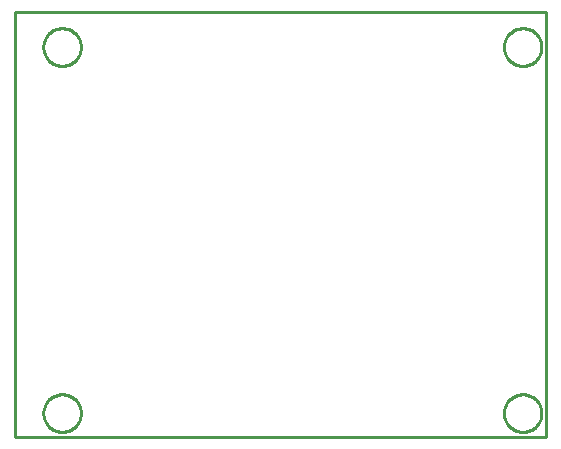
<source format=gbr>
G04 EAGLE Gerber X2 export*
%TF.Part,Single*%
%TF.FileFunction,Profile,NP*%
%TF.FilePolarity,Positive*%
%TF.GenerationSoftware,Autodesk,EAGLE,9.0.1*%
%TF.CreationDate,2018-08-01T04:25:01Z*%
G75*
%MOMM*%
%FSLAX34Y34*%
%LPD*%
%AMOC8*
5,1,8,0,0,1.08239X$1,22.5*%
G01*
%ADD10C,0.254000*%


D10*
X0Y0D02*
X450000Y0D01*
X450000Y360000D01*
X0Y360000D01*
X0Y0D01*
X55875Y329480D02*
X55807Y328443D01*
X55671Y327413D01*
X55469Y326393D01*
X55200Y325389D01*
X54865Y324405D01*
X54468Y323445D01*
X54008Y322513D01*
X53488Y321612D01*
X52911Y320748D01*
X52278Y319924D01*
X51593Y319142D01*
X50858Y318407D01*
X50076Y317722D01*
X49252Y317089D01*
X48388Y316512D01*
X47487Y315992D01*
X46555Y315532D01*
X45595Y315135D01*
X44611Y314800D01*
X43607Y314531D01*
X42587Y314329D01*
X41557Y314193D01*
X40520Y314125D01*
X39480Y314125D01*
X38443Y314193D01*
X37413Y314329D01*
X36393Y314531D01*
X35389Y314800D01*
X34405Y315135D01*
X33445Y315532D01*
X32513Y315992D01*
X31612Y316512D01*
X30748Y317089D01*
X29924Y317722D01*
X29142Y318407D01*
X28407Y319142D01*
X27722Y319924D01*
X27089Y320748D01*
X26512Y321612D01*
X25992Y322513D01*
X25532Y323445D01*
X25135Y324405D01*
X24800Y325389D01*
X24531Y326393D01*
X24329Y327413D01*
X24193Y328443D01*
X24125Y329480D01*
X24125Y330520D01*
X24193Y331557D01*
X24329Y332587D01*
X24531Y333607D01*
X24800Y334611D01*
X25135Y335595D01*
X25532Y336555D01*
X25992Y337487D01*
X26512Y338388D01*
X27089Y339252D01*
X27722Y340076D01*
X28407Y340858D01*
X29142Y341593D01*
X29924Y342278D01*
X30748Y342911D01*
X31612Y343488D01*
X32513Y344008D01*
X33445Y344468D01*
X34405Y344865D01*
X35389Y345200D01*
X36393Y345469D01*
X37413Y345671D01*
X38443Y345807D01*
X39480Y345875D01*
X40520Y345875D01*
X41557Y345807D01*
X42587Y345671D01*
X43607Y345469D01*
X44611Y345200D01*
X45595Y344865D01*
X46555Y344468D01*
X47487Y344008D01*
X48388Y343488D01*
X49252Y342911D01*
X50076Y342278D01*
X50858Y341593D01*
X51593Y340858D01*
X52278Y340076D01*
X52911Y339252D01*
X53488Y338388D01*
X54008Y337487D01*
X54468Y336555D01*
X54865Y335595D01*
X55200Y334611D01*
X55469Y333607D01*
X55671Y332587D01*
X55807Y331557D01*
X55875Y330520D01*
X55875Y329480D01*
X55875Y19480D02*
X55807Y18443D01*
X55671Y17413D01*
X55469Y16393D01*
X55200Y15389D01*
X54865Y14405D01*
X54468Y13445D01*
X54008Y12513D01*
X53488Y11612D01*
X52911Y10748D01*
X52278Y9924D01*
X51593Y9142D01*
X50858Y8407D01*
X50076Y7722D01*
X49252Y7089D01*
X48388Y6512D01*
X47487Y5992D01*
X46555Y5532D01*
X45595Y5135D01*
X44611Y4800D01*
X43607Y4531D01*
X42587Y4329D01*
X41557Y4193D01*
X40520Y4125D01*
X39480Y4125D01*
X38443Y4193D01*
X37413Y4329D01*
X36393Y4531D01*
X35389Y4800D01*
X34405Y5135D01*
X33445Y5532D01*
X32513Y5992D01*
X31612Y6512D01*
X30748Y7089D01*
X29924Y7722D01*
X29142Y8407D01*
X28407Y9142D01*
X27722Y9924D01*
X27089Y10748D01*
X26512Y11612D01*
X25992Y12513D01*
X25532Y13445D01*
X25135Y14405D01*
X24800Y15389D01*
X24531Y16393D01*
X24329Y17413D01*
X24193Y18443D01*
X24125Y19480D01*
X24125Y20520D01*
X24193Y21557D01*
X24329Y22587D01*
X24531Y23607D01*
X24800Y24611D01*
X25135Y25595D01*
X25532Y26555D01*
X25992Y27487D01*
X26512Y28388D01*
X27089Y29252D01*
X27722Y30076D01*
X28407Y30858D01*
X29142Y31593D01*
X29924Y32278D01*
X30748Y32911D01*
X31612Y33488D01*
X32513Y34008D01*
X33445Y34468D01*
X34405Y34865D01*
X35389Y35200D01*
X36393Y35469D01*
X37413Y35671D01*
X38443Y35807D01*
X39480Y35875D01*
X40520Y35875D01*
X41557Y35807D01*
X42587Y35671D01*
X43607Y35469D01*
X44611Y35200D01*
X45595Y34865D01*
X46555Y34468D01*
X47487Y34008D01*
X48388Y33488D01*
X49252Y32911D01*
X50076Y32278D01*
X50858Y31593D01*
X51593Y30858D01*
X52278Y30076D01*
X52911Y29252D01*
X53488Y28388D01*
X54008Y27487D01*
X54468Y26555D01*
X54865Y25595D01*
X55200Y24611D01*
X55469Y23607D01*
X55671Y22587D01*
X55807Y21557D01*
X55875Y20520D01*
X55875Y19480D01*
X445875Y19480D02*
X445807Y18443D01*
X445671Y17413D01*
X445469Y16393D01*
X445200Y15389D01*
X444865Y14405D01*
X444468Y13445D01*
X444008Y12513D01*
X443488Y11612D01*
X442911Y10748D01*
X442278Y9924D01*
X441593Y9142D01*
X440858Y8407D01*
X440076Y7722D01*
X439252Y7089D01*
X438388Y6512D01*
X437487Y5992D01*
X436555Y5532D01*
X435595Y5135D01*
X434611Y4800D01*
X433607Y4531D01*
X432587Y4329D01*
X431557Y4193D01*
X430520Y4125D01*
X429480Y4125D01*
X428443Y4193D01*
X427413Y4329D01*
X426393Y4531D01*
X425389Y4800D01*
X424405Y5135D01*
X423445Y5532D01*
X422513Y5992D01*
X421612Y6512D01*
X420748Y7089D01*
X419924Y7722D01*
X419142Y8407D01*
X418407Y9142D01*
X417722Y9924D01*
X417089Y10748D01*
X416512Y11612D01*
X415992Y12513D01*
X415532Y13445D01*
X415135Y14405D01*
X414800Y15389D01*
X414531Y16393D01*
X414329Y17413D01*
X414193Y18443D01*
X414125Y19480D01*
X414125Y20520D01*
X414193Y21557D01*
X414329Y22587D01*
X414531Y23607D01*
X414800Y24611D01*
X415135Y25595D01*
X415532Y26555D01*
X415992Y27487D01*
X416512Y28388D01*
X417089Y29252D01*
X417722Y30076D01*
X418407Y30858D01*
X419142Y31593D01*
X419924Y32278D01*
X420748Y32911D01*
X421612Y33488D01*
X422513Y34008D01*
X423445Y34468D01*
X424405Y34865D01*
X425389Y35200D01*
X426393Y35469D01*
X427413Y35671D01*
X428443Y35807D01*
X429480Y35875D01*
X430520Y35875D01*
X431557Y35807D01*
X432587Y35671D01*
X433607Y35469D01*
X434611Y35200D01*
X435595Y34865D01*
X436555Y34468D01*
X437487Y34008D01*
X438388Y33488D01*
X439252Y32911D01*
X440076Y32278D01*
X440858Y31593D01*
X441593Y30858D01*
X442278Y30076D01*
X442911Y29252D01*
X443488Y28388D01*
X444008Y27487D01*
X444468Y26555D01*
X444865Y25595D01*
X445200Y24611D01*
X445469Y23607D01*
X445671Y22587D01*
X445807Y21557D01*
X445875Y20520D01*
X445875Y19480D01*
X445875Y329480D02*
X445807Y328443D01*
X445671Y327413D01*
X445469Y326393D01*
X445200Y325389D01*
X444865Y324405D01*
X444468Y323445D01*
X444008Y322513D01*
X443488Y321612D01*
X442911Y320748D01*
X442278Y319924D01*
X441593Y319142D01*
X440858Y318407D01*
X440076Y317722D01*
X439252Y317089D01*
X438388Y316512D01*
X437487Y315992D01*
X436555Y315532D01*
X435595Y315135D01*
X434611Y314800D01*
X433607Y314531D01*
X432587Y314329D01*
X431557Y314193D01*
X430520Y314125D01*
X429480Y314125D01*
X428443Y314193D01*
X427413Y314329D01*
X426393Y314531D01*
X425389Y314800D01*
X424405Y315135D01*
X423445Y315532D01*
X422513Y315992D01*
X421612Y316512D01*
X420748Y317089D01*
X419924Y317722D01*
X419142Y318407D01*
X418407Y319142D01*
X417722Y319924D01*
X417089Y320748D01*
X416512Y321612D01*
X415992Y322513D01*
X415532Y323445D01*
X415135Y324405D01*
X414800Y325389D01*
X414531Y326393D01*
X414329Y327413D01*
X414193Y328443D01*
X414125Y329480D01*
X414125Y330520D01*
X414193Y331557D01*
X414329Y332587D01*
X414531Y333607D01*
X414800Y334611D01*
X415135Y335595D01*
X415532Y336555D01*
X415992Y337487D01*
X416512Y338388D01*
X417089Y339252D01*
X417722Y340076D01*
X418407Y340858D01*
X419142Y341593D01*
X419924Y342278D01*
X420748Y342911D01*
X421612Y343488D01*
X422513Y344008D01*
X423445Y344468D01*
X424405Y344865D01*
X425389Y345200D01*
X426393Y345469D01*
X427413Y345671D01*
X428443Y345807D01*
X429480Y345875D01*
X430520Y345875D01*
X431557Y345807D01*
X432587Y345671D01*
X433607Y345469D01*
X434611Y345200D01*
X435595Y344865D01*
X436555Y344468D01*
X437487Y344008D01*
X438388Y343488D01*
X439252Y342911D01*
X440076Y342278D01*
X440858Y341593D01*
X441593Y340858D01*
X442278Y340076D01*
X442911Y339252D01*
X443488Y338388D01*
X444008Y337487D01*
X444468Y336555D01*
X444865Y335595D01*
X445200Y334611D01*
X445469Y333607D01*
X445671Y332587D01*
X445807Y331557D01*
X445875Y330520D01*
X445875Y329480D01*
X55875Y329480D02*
X55807Y328443D01*
X55671Y327413D01*
X55469Y326393D01*
X55200Y325389D01*
X54865Y324405D01*
X54468Y323445D01*
X54008Y322513D01*
X53488Y321612D01*
X52911Y320748D01*
X52278Y319924D01*
X51593Y319142D01*
X50858Y318407D01*
X50076Y317722D01*
X49252Y317089D01*
X48388Y316512D01*
X47487Y315992D01*
X46555Y315532D01*
X45595Y315135D01*
X44611Y314800D01*
X43607Y314531D01*
X42587Y314329D01*
X41557Y314193D01*
X40520Y314125D01*
X39480Y314125D01*
X38443Y314193D01*
X37413Y314329D01*
X36393Y314531D01*
X35389Y314800D01*
X34405Y315135D01*
X33445Y315532D01*
X32513Y315992D01*
X31612Y316512D01*
X30748Y317089D01*
X29924Y317722D01*
X29142Y318407D01*
X28407Y319142D01*
X27722Y319924D01*
X27089Y320748D01*
X26512Y321612D01*
X25992Y322513D01*
X25532Y323445D01*
X25135Y324405D01*
X24800Y325389D01*
X24531Y326393D01*
X24329Y327413D01*
X24193Y328443D01*
X24125Y329480D01*
X24125Y330520D01*
X24193Y331557D01*
X24329Y332587D01*
X24531Y333607D01*
X24800Y334611D01*
X25135Y335595D01*
X25532Y336555D01*
X25992Y337487D01*
X26512Y338388D01*
X27089Y339252D01*
X27722Y340076D01*
X28407Y340858D01*
X29142Y341593D01*
X29924Y342278D01*
X30748Y342911D01*
X31612Y343488D01*
X32513Y344008D01*
X33445Y344468D01*
X34405Y344865D01*
X35389Y345200D01*
X36393Y345469D01*
X37413Y345671D01*
X38443Y345807D01*
X39480Y345875D01*
X40520Y345875D01*
X41557Y345807D01*
X42587Y345671D01*
X43607Y345469D01*
X44611Y345200D01*
X45595Y344865D01*
X46555Y344468D01*
X47487Y344008D01*
X48388Y343488D01*
X49252Y342911D01*
X50076Y342278D01*
X50858Y341593D01*
X51593Y340858D01*
X52278Y340076D01*
X52911Y339252D01*
X53488Y338388D01*
X54008Y337487D01*
X54468Y336555D01*
X54865Y335595D01*
X55200Y334611D01*
X55469Y333607D01*
X55671Y332587D01*
X55807Y331557D01*
X55875Y330520D01*
X55875Y329480D01*
X55875Y19480D02*
X55807Y18443D01*
X55671Y17413D01*
X55469Y16393D01*
X55200Y15389D01*
X54865Y14405D01*
X54468Y13445D01*
X54008Y12513D01*
X53488Y11612D01*
X52911Y10748D01*
X52278Y9924D01*
X51593Y9142D01*
X50858Y8407D01*
X50076Y7722D01*
X49252Y7089D01*
X48388Y6512D01*
X47487Y5992D01*
X46555Y5532D01*
X45595Y5135D01*
X44611Y4800D01*
X43607Y4531D01*
X42587Y4329D01*
X41557Y4193D01*
X40520Y4125D01*
X39480Y4125D01*
X38443Y4193D01*
X37413Y4329D01*
X36393Y4531D01*
X35389Y4800D01*
X34405Y5135D01*
X33445Y5532D01*
X32513Y5992D01*
X31612Y6512D01*
X30748Y7089D01*
X29924Y7722D01*
X29142Y8407D01*
X28407Y9142D01*
X27722Y9924D01*
X27089Y10748D01*
X26512Y11612D01*
X25992Y12513D01*
X25532Y13445D01*
X25135Y14405D01*
X24800Y15389D01*
X24531Y16393D01*
X24329Y17413D01*
X24193Y18443D01*
X24125Y19480D01*
X24125Y20520D01*
X24193Y21557D01*
X24329Y22587D01*
X24531Y23607D01*
X24800Y24611D01*
X25135Y25595D01*
X25532Y26555D01*
X25992Y27487D01*
X26512Y28388D01*
X27089Y29252D01*
X27722Y30076D01*
X28407Y30858D01*
X29142Y31593D01*
X29924Y32278D01*
X30748Y32911D01*
X31612Y33488D01*
X32513Y34008D01*
X33445Y34468D01*
X34405Y34865D01*
X35389Y35200D01*
X36393Y35469D01*
X37413Y35671D01*
X38443Y35807D01*
X39480Y35875D01*
X40520Y35875D01*
X41557Y35807D01*
X42587Y35671D01*
X43607Y35469D01*
X44611Y35200D01*
X45595Y34865D01*
X46555Y34468D01*
X47487Y34008D01*
X48388Y33488D01*
X49252Y32911D01*
X50076Y32278D01*
X50858Y31593D01*
X51593Y30858D01*
X52278Y30076D01*
X52911Y29252D01*
X53488Y28388D01*
X54008Y27487D01*
X54468Y26555D01*
X54865Y25595D01*
X55200Y24611D01*
X55469Y23607D01*
X55671Y22587D01*
X55807Y21557D01*
X55875Y20520D01*
X55875Y19480D01*
X445875Y19480D02*
X445807Y18443D01*
X445671Y17413D01*
X445469Y16393D01*
X445200Y15389D01*
X444865Y14405D01*
X444468Y13445D01*
X444008Y12513D01*
X443488Y11612D01*
X442911Y10748D01*
X442278Y9924D01*
X441593Y9142D01*
X440858Y8407D01*
X440076Y7722D01*
X439252Y7089D01*
X438388Y6512D01*
X437487Y5992D01*
X436555Y5532D01*
X435595Y5135D01*
X434611Y4800D01*
X433607Y4531D01*
X432587Y4329D01*
X431557Y4193D01*
X430520Y4125D01*
X429480Y4125D01*
X428443Y4193D01*
X427413Y4329D01*
X426393Y4531D01*
X425389Y4800D01*
X424405Y5135D01*
X423445Y5532D01*
X422513Y5992D01*
X421612Y6512D01*
X420748Y7089D01*
X419924Y7722D01*
X419142Y8407D01*
X418407Y9142D01*
X417722Y9924D01*
X417089Y10748D01*
X416512Y11612D01*
X415992Y12513D01*
X415532Y13445D01*
X415135Y14405D01*
X414800Y15389D01*
X414531Y16393D01*
X414329Y17413D01*
X414193Y18443D01*
X414125Y19480D01*
X414125Y20520D01*
X414193Y21557D01*
X414329Y22587D01*
X414531Y23607D01*
X414800Y24611D01*
X415135Y25595D01*
X415532Y26555D01*
X415992Y27487D01*
X416512Y28388D01*
X417089Y29252D01*
X417722Y30076D01*
X418407Y30858D01*
X419142Y31593D01*
X419924Y32278D01*
X420748Y32911D01*
X421612Y33488D01*
X422513Y34008D01*
X423445Y34468D01*
X424405Y34865D01*
X425389Y35200D01*
X426393Y35469D01*
X427413Y35671D01*
X428443Y35807D01*
X429480Y35875D01*
X430520Y35875D01*
X431557Y35807D01*
X432587Y35671D01*
X433607Y35469D01*
X434611Y35200D01*
X435595Y34865D01*
X436555Y34468D01*
X437487Y34008D01*
X438388Y33488D01*
X439252Y32911D01*
X440076Y32278D01*
X440858Y31593D01*
X441593Y30858D01*
X442278Y30076D01*
X442911Y29252D01*
X443488Y28388D01*
X444008Y27487D01*
X444468Y26555D01*
X444865Y25595D01*
X445200Y24611D01*
X445469Y23607D01*
X445671Y22587D01*
X445807Y21557D01*
X445875Y20520D01*
X445875Y19480D01*
X445875Y329480D02*
X445807Y328443D01*
X445671Y327413D01*
X445469Y326393D01*
X445200Y325389D01*
X444865Y324405D01*
X444468Y323445D01*
X444008Y322513D01*
X443488Y321612D01*
X442911Y320748D01*
X442278Y319924D01*
X441593Y319142D01*
X440858Y318407D01*
X440076Y317722D01*
X439252Y317089D01*
X438388Y316512D01*
X437487Y315992D01*
X436555Y315532D01*
X435595Y315135D01*
X434611Y314800D01*
X433607Y314531D01*
X432587Y314329D01*
X431557Y314193D01*
X430520Y314125D01*
X429480Y314125D01*
X428443Y314193D01*
X427413Y314329D01*
X426393Y314531D01*
X425389Y314800D01*
X424405Y315135D01*
X423445Y315532D01*
X422513Y315992D01*
X421612Y316512D01*
X420748Y317089D01*
X419924Y317722D01*
X419142Y318407D01*
X418407Y319142D01*
X417722Y319924D01*
X417089Y320748D01*
X416512Y321612D01*
X415992Y322513D01*
X415532Y323445D01*
X415135Y324405D01*
X414800Y325389D01*
X414531Y326393D01*
X414329Y327413D01*
X414193Y328443D01*
X414125Y329480D01*
X414125Y330520D01*
X414193Y331557D01*
X414329Y332587D01*
X414531Y333607D01*
X414800Y334611D01*
X415135Y335595D01*
X415532Y336555D01*
X415992Y337487D01*
X416512Y338388D01*
X417089Y339252D01*
X417722Y340076D01*
X418407Y340858D01*
X419142Y341593D01*
X419924Y342278D01*
X420748Y342911D01*
X421612Y343488D01*
X422513Y344008D01*
X423445Y344468D01*
X424405Y344865D01*
X425389Y345200D01*
X426393Y345469D01*
X427413Y345671D01*
X428443Y345807D01*
X429480Y345875D01*
X430520Y345875D01*
X431557Y345807D01*
X432587Y345671D01*
X433607Y345469D01*
X434611Y345200D01*
X435595Y344865D01*
X436555Y344468D01*
X437487Y344008D01*
X438388Y343488D01*
X439252Y342911D01*
X440076Y342278D01*
X440858Y341593D01*
X441593Y340858D01*
X442278Y340076D01*
X442911Y339252D01*
X443488Y338388D01*
X444008Y337487D01*
X444468Y336555D01*
X444865Y335595D01*
X445200Y334611D01*
X445469Y333607D01*
X445671Y332587D01*
X445807Y331557D01*
X445875Y330520D01*
X445875Y329480D01*
M02*

</source>
